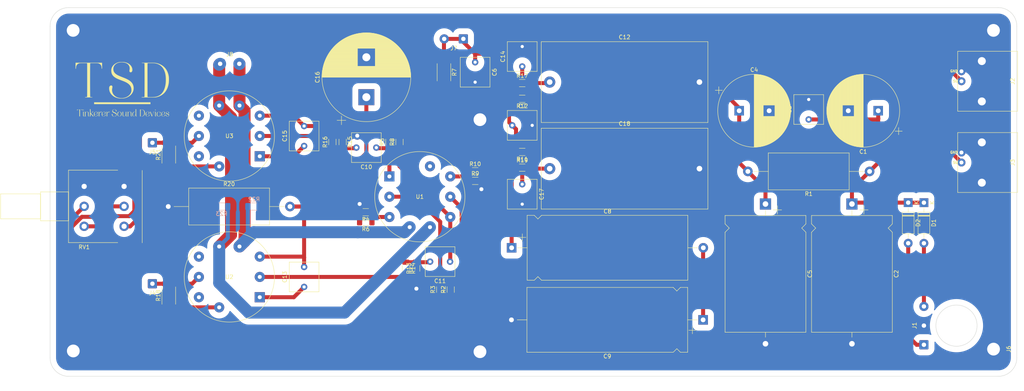
<source format=kicad_pcb>
(kicad_pcb (version 20211014) (generator pcbnew)
  (layers (0 "F.Cu" signal) (31 "B.Cu" signal) (34 "B.Paste" user) (35 "F.Paste" user) (36 "B.SilkS" user "B.Silkscreen") (37 "F.SilkS" user "F.Silkscreen") (38 "B.Mask" user) (39 "F.Mask" user) (44 "Edge.Cuts" user))
  (net 0 "")
  (net 1 "Net-(C1-Pad1)")
  (net 2 "GND")
  (net 3 "P2")
  (net 4 "P1")
  (net 5 "Net-(C8-Pad2)")
  (net 6 "Net-(C10-Pad1)")
  (net 7 "Net-(C10-Pad2)")
  (net 8 "Net-(C11-Pad1)")
  (net 9 "Net-(C11-Pad2)")
  (net 10 "Net-(C12-Pad1)")
  (net 11 "Net-(C13-Pad1)")
  (net 12 "Net-(C13-Pad2)")
  (net 13 "Net-(C15-Pad1)")
  (net 14 "Net-(C17-Pad1)")
  (net 15 "Net-(D1-Pad2)")
  (net 16 "Net-(D2-Pad2)")
  (net 17 "Net-(J2-Pad1)")
  (net 18 "Net-(J3-Pad1)")
  (net 19 "Net-(J4-Pad1)")
  (net 20 "Net-(J5-Pad1)")
  (net 21 "H2")
  (net 22 "H1")
  (net 23 "Net-(R2-Pad1)")
  (net 24 "Net-(R2-Pad2)")
  (net 25 "Net-(R3-Pad1)")
  (net 26 "Net-(R3-Pad2)")
  (net 27 "Net-(R4-Pad1)")
  (net 28 "Net-(R10-Pad1)")
  (net 29 "Net-(R11-Pad1)")
  (net 30 "Net-(R14-Pad2)")
  (net 31 "Net-(R16-Pad2)")
  (net 32 "Net-(R18-Pad1)")
  (net 33 "Net-(R21-Pad1)")
  (footprint "Resistor_SMD:R_1206_3216Metric_Pad1.30x1.75mm_HandSolder" (layer "F.Cu") (at 131.63 88.971357)
    (fp_text reference "R17" (at 0 -1.82) (layer "F.SilkS"))
    (fp_text value "10K")
    (pad "1" smd roundrect locked (at -1.55 0) (size 1.3 1.75) (layers "F.Cu" "F.Paste" "F.Mask") (roundrect_rratio 0.1923076923) (net 4 "P1"))
    (pad "2" smd roundrect locked (at 1.55 0) (size 1.3 1.75) (layers "F.Cu" "F.Paste" "F.Mask") (roundrect_rratio 0.1923076923) (net 10 "Net-(C12-Pad1)"))
  )
  (footprint "Resistor_SMD:R_1206_3216Metric_Pad1.30x1.75mm_HandSolder" (layer "F.Cu") (at 86.659046 103.722464 -90)
    (fp_text reference "R15" (at 0 -1.82 90) (layer "F.SilkS"))
    (fp_text value "1K")
    (pad "1" smd roundrect locked (at -1.55 0 270) (size 1.3 1.75) (layers "F.Cu" "F.Paste" "F.Mask") (roundrect_rratio 0.1923076923) (net 2 "GND"))
    (pad "2" smd roundrect locked (at 1.55 0 270) (size 1.3 1.75) (layers "F.Cu" "F.Paste" "F.Mask") (roundrect_rratio 0.1923076923) (net 7 "Net-(C10-Pad2)"))
  )
  (footprint "MountingHole:MountingHole_3.2mm_M3_DIN965_Pad" (layer "F.Cu") (at 19.208261 156.05 -90)
    (fp_text reference "J6" hide)
    (fp_text value "Chassis")
    (pad "1" thru_hole circle locked (at 0 0 270) (size 5.6 5.6) (drill 3.2) (layers *.Cu *.Mask) (net 2 "GND"))
  )
  (footprint "Capacitor_THT:C_Rect_L7.2mm_W7.2mm_P5.00mm_FKS2_FKP2_MKS2_MKP2" (layer "F.Cu") (at 119.839812 83.74 -90)
    (fp_text reference "C6" (at 2.5 -4.85 90) (layer "F.SilkS"))
    (fp_text value "0.1uF/600V")
    (pad "1" thru_hole circle locked (at 0 0 270) (size 1.6 1.6) (drill 0.8) (layers *.Cu *.Mask) (net 3 "P2"))
    (pad "2" thru_hole circle locked (at 5 0 270) (size 1.6 1.6) (drill 0.8) (layers *.Cu *.Mask) (net 2 "GND"))
  )
  (footprint "Custom Library:Potentiometer_Alps_RK271_Dual_Horizontal" (layer "F.Cu") (at 21.925909 114.84 180)
    (fp_text reference "RV1" (at 0 -15.2) (layer "F.SilkS"))
    (fp_text value "VOL")
    (pad "1" thru_hole circle (at 0 0 180) (size 2.34 2.34) (drill 1.3) (layers *.Cu *.Mask) (net 2 "GND"))
    (pad "2" thru_hole circle (at 0 -5 180) (size 2.34 2.34) (drill 1.3) (layers *.Cu *.Mask) (net 23 "Net-(R2-Pad1)"))
    (pad "3" thru_hole circle (at 0 -10 180) (size 2.34 2.34) (drill 1.3) (layers *.Cu *.Mask) (net 17 "Net-(J2-Pad1)"))
    (pad "4" thru_hole circle (at -10 0 180) (size 2.34 2.34) (drill 1.3) (layers *.Cu *.Mask) (net 2 "GND"))
    (pad "5" thru_hole circle (at -10 -5 180) (size 2.34 2.34) (drill 1.3) (layers *.Cu *.Mask) (net 25 "Net-(R3-Pad1)"))
    (pad "6" thru_hole circle (at -10 -10 180) (size 2.34 2.34) (drill 1.3) (layers *.Cu *.Mask) (net 18 "Net-(J3-Pad1)"))
  )
  (footprint "Custom Library:Logo_35mm" (layer "F.Cu") (at 31.7 91.47)
    (fp_text reference "G***" hide)
    (fp_text value "LOGO" hide)
  )
  (footprint "Resistor_THT:R_Axial_DIN0922_L20.0mm_D9.0mm_P30.48mm_Horizontal" (layer "F.Cu") (at 42.985 119.879999)
    (fp_text reference "R20" (at 15.24 -5.62) (layer "F.SilkS"))
    (fp_text value "150/5W")
    (pad "1" thru_hole circle locked (at 0 0) (size 2.4 2.4) (drill 1.2) (layers *.Cu *.Mask) (net 2 "GND"))
    (pad "2" thru_hole oval locked (at 30.48 0) (size 2.4 2.4) (drill 1.2) (layers *.Cu *.Mask) (net 12 "Net-(C13-Pad2)"))
  )
  (footprint "Capacitor_THT:CP_Radial_D22.0mm_P10.00mm_SnapIn" (layer "F.Cu") (at 92.597536 92.497832 90)
    (fp_text reference "C16" (at 5 -12.25 90) (layer "F.SilkS"))
    (fp_text value "1000uf/35V")
    (pad "1" thru_hole rect locked (at 0 0 90) (size 4 4) (drill 2) (layers *.Cu *.Mask) (net 12 "Net-(C13-Pad2)"))
    (pad "2" thru_hole circle locked (at 10 0 90) (size 4 4) (drill 2) (layers *.Cu *.Mask) (net 2 "GND"))
  )
  (footprint "Diode_THT:D_DO-41_SOD81_P10.16mm_Horizontal" (layer "F.Cu") (at 228.29 118.906868 -90)
    (fp_text reference "D2" (at 5.08 -2.47 90) (layer "F.SilkS"))
    (fp_text value "1N4007")
    (fp_text user "K" (at 0 -2.1 90) (layer "F.SilkS"))
    (pad "1" thru_hole rect locked (at 0 0 270) (size 2.2 2.2) (drill 1.1) (layers *.Cu *.Mask) (net 1 "Net-(C1-Pad1)"))
    (pad "2" thru_hole oval locked (at 10.16 0 270) (size 2.2 2.2) (drill 1.1) (layers *.Cu *.Mask) (net 16 "Net-(D2-Pad2)"))
  )
  (footprint "Capacitor_THT:C_Rect_L7.2mm_W7.2mm_P5.00mm_FKS2_FKP2_MKS2_MKP2" (layer "F.Cu") (at 77.008848 140.02 90)
    (fp_text reference "C13" (at 2.5 -4.85 90) (layer "F.SilkS"))
    (fp_text value "0.1uf 100V")
    (pad "1" thru_hole circle locked (at 0 0 90) (size 1.6 1.6) (drill 0.8) (layers *.Cu *.Mask) (net 11 "Net-(C13-Pad1)"))
    (pad "2" thru_hole circle locked (at 5 0 90) (size 1.6 1.6) (drill 0.8) (layers *.Cu *.Mask) (net 12 "Net-(C13-Pad2)"))
  )
  (footprint "Resistor_SMD:R_1206_3216Metric_Pad1.30x1.75mm_HandSolder" (layer "F.Cu") (at 131.63 92.897689 180)
    (fp_text reference "R12" (at 0 -1.82) (layer "F.SilkS"))
    (fp_text value "220K")
    (pad "1" smd roundrect locked (at -1.55 0 180) (size 1.3 1.75) (layers "F.Cu" "F.Paste" "F.Mask") (roundrect_rratio 0.1923076923) (net 2 "GND"))
    (pad "2" smd roundrect locked (at 1.55 0 180) (size 1.3 1.75) (layers "F.Cu" "F.Paste" "F.Mask") (roundrect_rratio 0.1923076923) (net 29 "Net-(R11-Pad1)"))
  )
  (footprint "Resistor_SMD:R_1206_3216Metric_Pad1.30x1.75mm_HandSolder" (layer "F.Cu") (at 113.72 140.68 90)
    (fp_text reference "R2" (at 0 -1.82 90) (layer "F.SilkS"))
    (fp_text value "1K")
    (pad "1" smd roundrect locked (at -1.55 0 90) (size 1.3 1.75) (layers "F.Cu" "F.Paste" "F.Mask") (roundrect_rratio 0.1923076923) (net 23 "Net-(R2-Pad1)"))
    (pad "2" smd roundrect locked (at 1.55 0 90) (size 1.3 1.75) (layers "F.Cu" "F.Paste" "F.Mask") (roundrect_rratio 0.1923076923) (net 24 "Net-(R2-Pad2)"))
  )
  (footprint "Connector_Wire:SolderWire-0.5sqmm_1x01_D0.9mm_OD2.3mm" (layer "F.Cu") (at 39.02 103.91 180)
    (fp_text reference "J5" (at 0 -2.35) (layer "F.SilkS"))
    (fp_text value "Out Right")
    (pad "1" thru_hole roundrect locked (at 0 0 180) (size 2.3 2.3) (drill 1.1) (layers *.Cu *.Mask) (roundrect_rratio 0.108696087) (net 20 "Net-(J5-Pad1)"))
  )
  (footprint "Resistor_SMD:R_1206_3216Metric_Pad1.30x1.75mm_HandSolder" (layer "F.Cu") (at 92.447536 121.302464 180)
    (fp_text reference "R4" (at 0 -1.82) (layer "F.SilkS"))
    (fp_text value "2.7K")
    (pad "1" smd roundrect locked (at -1.55 0 180) (size 1.3 1.75) (layers "F.Cu" "F.Paste" "F.Mask") (roundrect_rratio 0.1923076923) (net 27 "Net-(R4-Pad1)"))
    (pad "2" smd roundrect locked (at 1.55 0 180) (size 1.3 1.75) (layers "F.Cu" "F.Paste" "F.Mask") (roundrect_rratio 0.1923076923) (net 2 "GND"))
  )
  (footprint "Capacitor_THT:CP_Axial_L29.0mm_D20.0mm_P35.00mm_Horizontal" (layer "F.Cu") (at 192.548657 119.25 -90)
    (fp_text reference "C5" (at 17.5 -11.12 90) (layer "F.SilkS"))
    (fp_text value "0.33uF/600V")
    (pad "1" thru_hole rect locked (at 0 0 270) (size 2.8 2.8) (drill 1.4) (layers *.Cu *.Mask) (net 3 "P2"))
    (pad "2" thru_hole oval locked (at 35 0 270) (size 2.8 2.8) (drill 1.4) (layers *.Cu *.Mask) (net 2 "GND"))
  )
  (footprint "Capacitor_THT:CP_Axial_L40.0mm_D16.0mm_P48.00mm_Horizontal" (layer "F.Cu") (at 128.98 130.213759)
    (fp_text reference "C8" (at 24 -9.12) (layer "F.SilkS"))
    (fp_text value "20uF/250V")
    (pad "1" thru_hole rect locked (at 0 0) (size 2.4 2.4) (drill 1.2) (layers *.Cu *.Mask) (net 4 "P1"))
    (pad "2" thru_hole oval locked (at 48 0) (size 2.4 2.4) (drill 1.2) (layers *.Cu *.Mask) (net 5 "Net-(C8-Pad2)"))
  )
  (footprint "Resistor_THT:R_Axial_DIN0922_L20.0mm_D9.0mm_P30.48mm_Horizontal" (layer "F.Cu") (at 218.619328 111.09 180)
    (fp_text reference "R1" (at 15.24 -5.62) (layer "F.SilkS"))
    (fp_text value "1K/5W")
    (pad "1" thru_hole circle locked (at 0 0 180) (size 2.4 2.4) (drill 1.2) (layers *.Cu *.Mask) (net 1 "Net-(C1-Pad1)"))
    (pad "2" thru_hole oval locked (at 30.48 0 180) (size 2.4 2.4) (drill 1.2) (layers *.Cu *.Mask) (net 3 "P2"))
  )
  (footprint "Capacitor_THT:C_Rect_L7.2mm_W7.2mm_P5.00mm_FKS2_FKP2_MKS2_MKP2" (layer "F.Cu") (at 77.008848 104.724749 90)
    (fp_text reference "C15" (at 2.5 -4.85 90) (layer "F.SilkS"))
    (fp_text value "0.1uf 100V")
    (pad "1" thru_hole circle locked (at 0 0 90) (size 1.6 1.6) (drill 0.8) (layers *.Cu *.Mask) (net 13 "Net-(C15-Pad1)"))
    (pad "2" thru_hole circle locked (at 5 0 90) (size 1.6 1.6) (drill 0.8) (layers *.Cu *.Mask) (net 12 "Net-(C13-Pad2)"))
  )
  (footprint "Connector_Wire:SolderWire-0.5sqmm_1x03_P4.8mm_D0.9mm_OD2.3mm" (layer "F.Cu") (at 232.224851 154.5 90)
    (fp_text reference "J1" (at 4.8 -2.35 90) (layer "F.SilkS"))
    (fp_text value "300-0-300VAC")
    (pad "1" thru_hole roundrect locked (at 0 0 90) (size 2.3 2.3) (drill 1.1) (layers *.Cu *.Mask) (roundrect_rratio 0.108696087) (net 16 "Net-(D2-Pad2)"))
    (pad "2" thru_hole circle locked (at 4.8 0 90) (size 2.3 2.3) (drill 1.1) (layers *.Cu *.Mask) (net 2 "GND"))
    (pad "3" thru_hole circle locked (at 9.6 0 90) (size 2.3 2.3) (drill 1.1) (layers *.Cu *.Mask) (net 15 "Net-(D1-Pad2)"))
  )
  (footprint "Capacitor_THT:C_Rect_L7.2mm_W7.2mm_P5.00mm_FKS2_FKP2_MKS2_MKP2" (layer "F.Cu") (at 203.374328 98.08 90)
    (fp_text reference "C3" (at 2.5 -4.85 90) (layer "F.SilkS"))
    (fp_text value "0.1uF/600V")
    (pad "1" thru_hole circle locked (at 0 0 90) (size 1.6 1.6) (drill 0.8) (layers *.Cu *.Mask) (net 1 "Net-(C1-Pad1)"))
    (pad "2" thru_hole circle locked (at 5 0 90) (size 1.6 1.6) (drill 0.8) (layers *.Cu *.Mask) (net 2 "GND"))
  )
  (footprint "Resistor_SMD:R_1206_3216Metric_Pad1.30x1.75mm_HandSolder" (layer "F.Cu") (at 131.63 106.210353 180)
    (fp_text reference "R11" (at 0 -1.82) (layer "F.SilkS"))
    (fp_text value "220K")
    (pad "1" smd roundrect locked (at -1.55 0 180) (size 1.3 1.75) (layers "F.Cu" "F.Paste" "F.Mask") (roundrect_rratio 0.1923076923) (net 29 "Net-(R11-Pad1)"))
    (pad "2" smd roundrect locked (at 1.55 0 180) (size 1.3 1.75) (layers "F.Cu" "F.Paste" "F.Mask") (roundrect_rratio 0.1923076923) (net 4 "P1"))
  )
  (footprint "Resistor_SMD:R_1206_3216Metric_Pad1.30x1.75mm_HandSolder" (layer "F.Cu") (at 100.897536 103.722464 90)
    (fp_text reference "R8" (at 0 -1.82 90) (layer "F.SilkS"))
    (fp_text value "47K/0.5W")
    (pad "1" smd roundrect locked (at -1.55 0 90) (size 1.3 1.75) (layers "F.Cu" "F.Paste" "F.Mask") (roundrect_rratio 0.1923076923) (net 8 "Net-(C11-Pad1)"))
    (pad "2" smd roundrect locked (at 1.55 0 90) (size 1.3 1.75) (layers "F.Cu" "F.Paste" "F.Mask") (roundrect_rratio 0.1923076923) (net 4 "P1"))
  )
  (footprint "Resistor_SMD:R_1206_3216Metric_Pad1.30x1.75mm_HandSolder" (layer "F.Cu") (at 105.085761 135.367048 90)
    (fp_text reference "R13" (at 0 -1.82 90) (layer "F.SilkS"))
    (fp_text value "1K")
    (pad "1" smd roundrect locked (at -1.55 0 90) (size 1.3 1.75) (layers "F.Cu" "F.Paste" "F.Mask") (roundrect_rratio 0.1923076923) (net 2 "GND"))
    (pad "2" smd roundrect locked (at 1.55 0 90) (size 1.3 1.75) (layers "F.Cu" "F.Paste" "F.Mask") (roundrect_rratio 0.1923076923) (net 9 "Net-(C11-Pad2)"))
  )
  (footprint "Capacitor_THT:C_Rect_L41.5mm_W20.0mm_P37.50mm_MKS4" (layer "F.Cu") (at 138.51 110.393022)
    (fp_text reference "C18" (at 18.75 -11.25) (layer "F.SilkS"))
    (fp_text value "3.3uF/400V")
    (pad "1" thru_hole circle locked (at 0 0) (size 2.8 2.8) (drill 1.4) (layers *.Cu *.Mask) (net 14 "Net-(C17-Pad1)"))
    (pad "2" thru_hole circle locked (at 37.5 0) (size 2.8 2.8) (drill 1.4) (layers *.Cu *.Mask) (net 2 "GND"))
  )
  (footprint "Capacitor_THT:C_Rect_L7.2mm_W7.2mm_P5.00mm_FKS2_FKP2_MKS2_MKP2" (layer "F.Cu") (at 95.097536 105.122464 180)
    (fp_text reference "C10" (at 2.5 -4.85 180) (layer "F.SilkS"))
    (fp_text value "0.1uf 600V")
    (pad "1" thru_hole circle locked (at 0 0 180) (size 1.6 1.6) (drill 0.8) (layers *.Cu *.Mask) (net 6 "Net-(C10-Pad1)"))
    (pad "2" thru_hole circle locked (at 5 0 180) (size 1.6 1.6) (drill 0.8) (layers *.Cu *.Mask) (net 7 "Net-(C10-Pad2)"))
  )
  (footprint "Resistor_SMD:R_1206_3216Metric_Pad1.30x1.75mm_HandSolder" (layer "F.Cu") (at 119.857536 113.462464)
    (fp_text reference "R9" (at 0 -1.82) (layer "F.SilkS"))
    (fp_text value "2.7K")
    (pad "1" smd roundrect locked (at -1.55 0) (size 1.3 1.75) (layers "F.Cu" "F.Paste" "F.Mask") (roundrect_rratio 0.1923076923) (net 28 "Net-(R10-Pad1)"))
    (pad "2" smd roundrect locked (at 1.55 0) (size 1.3 1.75) (layers "F.Cu" "F.Paste" "F.Mask") (roundrect_rratio 0.1923076923) (net 2 "GND"))
  )
  (footprint "MountingHole:MountingHole_3.2mm_M3_DIN965_Pad" (layer "F.Cu") (at 121.05 156.240628 -90)
    (fp_text reference "J6" hide)
    (fp_text value "Chassis")
    (pad "1" thru_hole circle locked (at 0 0 270) (size 5.6 5.6) (drill 3.2) (layers *.Cu *.Mask) (net 2 "GND"))
  )
  (footprint "Capacitor_THT:C_Rect_L7.2mm_W7.2mm_P5.00mm_FKS2_FKP2_MKS2_MKP2" (layer "F.Cu") (at 131.63 114.293022 -90)
    (fp_text reference "C17" (at 2.5 -4.85 90) (layer "F.SilkS"))
    (fp_text value "0.1uF/600V")
    (pad "1" thru_hole circle locked (at 0 0 270) (size 1.6 1.6) (drill 0.8) (layers *.Cu *.Mask) (net 14 "Net-(C17-Pad1)"))
    (pad "2" thru_hole circle locked (at 5 0 270) (size 1.6 1.6) (drill 0.8) (layers *.Cu *.Mask) (net 2 "GND"))
  )
  (footprint "Capacitor_THT:CP_Axial_L40.0mm_D16.0mm_P48.00mm_Horizontal" (layer "F.Cu") (at 176.93 148.259948 180)
    (fp_text reference "C9" (at 24 -9.12) (layer "F.SilkS"))
    (fp_text value "20uF/250V")
    (pad "1" thru_hole rect locked (at 0 0 180) (size 2.4 2.4) (drill 1.2) (layers *.Cu *.Mask) (net 5 "Net-(C8-Pad2)"))
    (pad "2" thru_hole oval locked (at 48 0 180) (size 2.4 2.4) (drill 1.2) (layers *.Cu *.Mask) (net 2 "GND"))
  )
  (footprint "Resistor_SMD:R_1206_3216Metric_Pad1.30x1.75mm_HandSolder" (layer "F.Cu") (at 84.094666 103.722464 90)
    (fp_text reference "R16" (at 0 -1.82 90) (layer "F.SilkS"))
    (fp_text value "1K")
    (pad "1" smd roundrect locked (at -1.55 0 90) (size 1.3 1.75) (layers "F.Cu" "F.Paste" "F.Mask") (roundrect_rratio 0.1923076923) (net 7 "Net-(C10-Pad2)"))
    (pad "2" smd roundrect locked (at 1.55 0 90) (size 1.3 1.75) (layers "F.Cu" "F.Paste" "F.Mask") (roundrect_rratio 0.1923076923) (net 31 "Net-(R16-Pad2)"))
  )
  (footprint "Connector_Wire:SolderWire-0.5sqmm_1x01_D0.9mm_OD2.3mm" (layer "F.Cu") (at 39.02 139.21 180)
    (fp_text reference "J4" (at 0 -2.35) (layer "F.SilkS"))
    (fp_text value "Out Left")
    (pad "1" thru_hole roundrect locked (at 0 0 180) (size 2.3 2.3) (drill 1.1) (layers *.Cu *.Mask) (roundrect_rratio 0.108696087) (net 19 "Net-(J4-Pad1)"))
  )
  (footprint "Connector_Wire:SolderWire-0.5sqmm_1x02_P4.8mm_D0.9mm_OD2.3mm" (layer "F.Cu") (at 55.98 84.14)
    (fp_text reference "J8" (at 2.4 -2.35) (layer "F.SilkS"))
    (fp_text value "6.3-0-6.3Vac")
    (pad "1" thru_hole roundrect locked (at 0 0) (size 2.3 2.3) (drill 1.1) (layers *.Cu *.Mask) (roundrect_rratio 0.108696) (net 21 "H2"))
    (pad "2" thru_hole circle locked (at 4.8 0) (size 2.3 2.3) (drill 1.1) (layers *.Cu *.Mask) (net 22 "H1"))
  )
  (footprint "Custom Library:RCA PANEL 2PIN FOOTPRINT" (layer "F.Cu") (at 244.18 88.508817 180)
    (fp_text reference "J2" (at -10.26 0 90) (layer "F.SilkS"))
    (fp_text value "Input Left")
    (fp_text user "GND" (at 4.445 2.54) (layer "F.SilkS") (effects (font (size 0.6 0.6))))
    (fp_text user "SG" (at 4.064 0) (layer "F.SilkS") (effects (font (size 0.6 0.6))))
    (pad "1" thru_hole circle (at 2.55 0 180) (size 2 2) (drill 1) (layers *.Cu *.Mask) (net 17 "Net-(J2-Pad1)"))
    (pad "2" thru_hole circle (at -2.55 5.05 180) (size 3 3) (drill 2) (layers *.Cu *.Mask) (net 2 "GND"))
    (pad "2" thru_hole circle (at 2.55 2.5 180) (size 2 2) (drill 1) (layers *.Cu *.Mask) (net 2 "GND"))
    (pad "2" thru_hole circle (at -2.55 -5.05 180) (size 3 3) (drill 2) (layers *.Cu *.Mask) (net 2 "GND"))
  )
  (footprint "Connector_Wire:SolderWire-0.5sqmm_1x02_P4.8mm_D0.9mm_OD2.3mm" (layer "F.Cu") (at 116.89 77.897832 180)
    (fp_text reference "J7" (at 2.4 -2.35) (layer "F.SilkS"))
    (fp_text value "Out Reds")
    (pad "1" thru_hole roundrect locked (at 0 0 180) (size 2.3 2.3) (drill 1.1) (layers *.Cu *.Mask) (roundrect_rratio 0.108696087) (net 3 "P2"))
    (pad "2" thru_hole circle locked (at 4.8 0 180) (size 2.3 2.3) (drill 1.1) (layers *.Cu *.Mask) (net 3 "P2"))
  )
  (footprint "Capacitor_THT:C_Rect_L7.2mm_W7.2mm_P5.00mm_FKS2_FKP2_MKS2_MKP2" (layer "F.Cu") (at 113.557536 133.682464 180)
    (fp_text reference "C11" (at 2.5 -4.85 180) (layer "F.SilkS"))
    (fp_text value "0.1uf 600V")
    (pad "1" thru_hole circle locked (at 0 0 180) (size 1.6 1.6) (drill 0.8) (layers *.Cu *.Mask) (net 8 "Net-(C11-Pad1)"))
    (pad "2" thru_hole circle locked (at 5 0 180) (size 1.6 1.6) (drill 0.8) (layers *.Cu *.Mask) (net 9 "Net-(C11-Pad2)"))
  )
  (footprint "Capacitor_THT:C_Rect_L7.2mm_W7.2mm_P5.00mm_FKS2_FKP2_MKS2_MKP2" (layer "F.Cu") (at 129.13 99.554021)
    (fp_text reference "C7" (at 2.5 -4.85) (layer "F.SilkS"))
    (fp_text value "0.1uF/600V")
    (pad "1" thru_hole circle locked (at 0 0) (size 1.6 1.6) (drill 0.8) (layers *.Cu *.Mask) (net 4 "P1"))
    (pad "2" thru_hole circle locked (at 5 0) (size 1.6 1.6) (drill 0.8) (layers *.Cu *.Mask) (net 2 "GND"))
  )
  (footprint "Capacitor_THT:CP_Radial_D18.0mm_P7.50mm" (layer "F.Cu") (at 220.78056 95.89 180)
    (fp_text reference "C1" (at 3.75 -10.25) (layer "F.SilkS"))
    (fp_text value "33uF/450V")
    (pad "1" thru_hole rect locked (at 0 0 180) (size 2.4 2.4) (drill 1.2) (layers *.Cu *.Mask) (net 1 "Net-(C1-Pad1)"))
    (pad "2" thru_hole circle locked (at 7.5 0 180) (size 2.4 2.4) (drill 1.2) (layers *.Cu *.Mask) (net 2 "GND"))
  )
  (footprint "Valve:Valve_Noval_P" (layer "F.Cu") (at 65.903437 142.590022)
    (fp_text reference "U2" (at -7.62 -5.08) (layer "F.SilkS"))
    (fp_text value "6P15P")
    (pad "1" thru_hole rect locked (at 0 0) (size 2.54 2.54) (drill 1) (layers *.Cu *.Mask) (net 11 "Net-(C13-Pad1)"))
    (pad "2" thru_hole circle locked (at 0 -5.08) (size 2.54 2.54) (drill 1) (layers *.Cu *.Mask) (net 30 "Net-(R14-Pad2)"))
    (pad "3" thru_hole circle locked (at 0 -10.16) (size 2.54 2.54) (drill 1) (layers *.Cu *.Mask) (net 12 "Net-(C13-Pad2)"))
    (pad "4" thru_hole circle locked (at -5.08 -12.7) (size 2.54 2.54) (drill 1) (layers *.Cu *.Mask) (net 22 "H1"))
    (pad "5" thru_hole circle locked (at -10.16 -12.7) (size 2.54 2.54) (drill 1) (layers *.Cu *.Mask) (net 21 "H2"))
    (pad "6" thru_hole circle locked (at -15.24 -10.16) (size 2.54 2.54) (drill 1) (layers *.Cu *.Mask))
    (pad "7" thru_hole circle locked (at -15.24 -5.08) (size 2.54 2.54) (drill 1) (layers *.Cu *.Mask) (net 19 "Net-(J4-Pad1)"))
    (pad "8" thru_hole circle locked (at -15.24 0) (size 2.54 2.54) (drill 1) (layers *.Cu *.Mask))
    (pad "9" thru_hole circle locked (at -10.16 2.54) (size 2.54 2.54) (drill 1) (layers *.Cu *.Mask) (net 32 "Net-(R18-Pad1)"))
  )
  (footprint "Capacitor_THT:CP_Axial_L29.0mm_D20.0mm_P35.00mm_Horizontal" (layer "F.Cu") (at 214.2 119.25 -90)
    (fp_text reference "C2" (at 17.5 -11.12 90) (layer "F.SilkS"))
    (fp_text value "0.33uF/600V")
    (pad "1" thru_hole rect locked (at 0 0 270) (size 2.8 2.8) (drill 1.4) (layers *.Cu *.Mask) (net 1 "Net-(C1-Pad1)"))
    (pad "2" thru_hole oval locked (at 35 0 270) (size 2.8 2.8) (drill 1.4) (layers *.Cu *.Mask) (net 2 "GND"))
  )
  (footprint "Capacitor_THT:C_Rect_L41.5mm_W20.0mm_P37.50mm_MKS4" (layer "F.Cu") (at 138.51 88.715025)
    (fp_text reference "C12" (at 18.75 -11.25) (layer "F.SilkS"))
    (fp_text value "3.3uF/400V")
    (pad "1" thru_hole circle locked (at 0 0) (size 2.8 2.8) (drill 1.4) (layers *.Cu *.Mask) (net 10 "Net-(C12-Pad1)"))
    (pad "2" thru_hole circle locked (at 37.5 0) (size 2.8 2.8) (drill 1.4) (layers *.Cu *.Mask) (net 2 "GND"))
  )
  (footprint "Custom Library:RCA PANEL 2PIN FOOTPRINT" (layer "F.Cu") (at 244.18 108.858817 180)
    (fp_text reference "J3" (at -10.26 0 90) (layer "F.SilkS"))
    (fp_text value "Input Right")
    (fp_text user "GND" (at 4.445 2.54) (layer "F.SilkS") (effects (font (size 0.6 0.6))))
    (fp_text user "SG" (at 4.064 0) (layer "F.SilkS") (effects (font (size 0.6 0.6))))
    (pad "1" thru_hole circle (at 2.55 0 180) (size 2 2) (drill 1) (layers *.Cu *.Mask) (net 18 "Net-(J3-Pad1)"))
    (pad "2" thru_hole circle (at -2.55 5.05 180) (size 3 3) (drill 2) (layers *.Cu *.Mask) (net 2 "GND"))
    (pad "2" thru_hole circle (at 2.55 2.5 180) (size 2 2) (drill 1) (layers *.Cu *.Mask) (net 2 "GND"))
    (pad "2" thru_hole circle (at -2.55 -5.05 180) (size 3 3) (drill 2) (layers *.Cu *.Mask) (net 2 "GND"))
  )
  (footprint "Resistor_SMD:R_1206_3216Metric_Pad1.30x1.75mm_HandSolder" (layer "F.Cu") (at 119.857536 111.051455)
    (fp_text reference "R10" (at 0 -1.82) (layer "F.SilkS"))
    (fp_text value "1.5K")
    (pad "1" smd roundrect locked (at -1.55 0) (size 1.3 1.75) (layers "F.Cu" "F.Paste" "F.Mask") (roundrect_rratio 0.1923076923) (net 28 "Net-(R10-Pad1)"))
    (pad "2" smd roundrect locked (at 1.55 0) (size 1.3 1.75) (layers "F.Cu" "F.Paste" "F.Mask") (roundrect_rratio 0.1923076923) (net 2 "GND"))
  )
  (footprint "Valve:Valve_Noval_P" (layer "F.Cu") (at 98.37 112.342486 180)
    (fp_text reference "U1" (at -7.62 -5.08) (layer "F.SilkS"))
    (fp_text value "ECC88")
    (pad "1" thru_hole rect locked (at 0 0 180) (size 2.54 2.54) (drill 1) (layers *.Cu *.Mask) (net 6 "Net-(C10-Pad1)"))
    (pad "2" thru_hole circle locked (at 0 -5.08 180) (size 2.54 2.54) (drill 1) (layers *.Cu *.Mask) (net 26 "Net-(R3-Pad2)"))
    (pad "3" thru_hole circle locked (at 0 -10.16 180) (size 2.54 2.54) (drill 1) (layers *.Cu *.Mask) (net 27 "Net-(R4-Pad1)"))
    (pad "4" thru_hole circle locked (at -5.08 -12.7 180) (size 2.54 2.54) (drill 1) (layers *.Cu *.Mask) (net 22 "H1"))
    (pad "5" thru_hole circle locked (at -10.16 -12.7 180) (size 2.54 2.54) (drill 1) (layers *.Cu *.Mask) (net 21 "H2"))
    (pad "6" thru_hole circle locked (at -15.24 -10.16 180) (size 2.54 2.54) (drill 1) (layers *.Cu *.Mask) (net 8 "Net-(C11-Pad1)"))
    (pad "7" thru_hole circle locked (at -15.24 -5.08 180) (size 2.54 2.54) (drill 1) (layers *.Cu *.Mask) (net 24 "Net-(R2-Pad2)"))
    (pad "8" thru_hole circle locked (at -15.24 0 180) (size 2.54 2.54) (drill 1) (layers *.Cu *.Mask) (net 28 "Net-(R10-Pad1)"))
    (pad "9" thru_hole circle locked (at -10.16 2.54 180) (size 2.54 2.54) (drill 1) (layers *.Cu *.Mask))
  )
  (footprint "MountingHole:MountingHole_3.2mm_M3_DIN965_Pad" (layer "F.Cu") (at 19.165602 75.77 -90)
    (fp_text reference "J6" hide)
    (fp_text value "Chassis")
    (pad "1" thru_hole circle locked (at 0 0 270) (size 5.6 5.6) (drill 3.2) (layers *.Cu *.Mask) (net 2 "GND"))
  )
  (footprint "Diode_THT:D_DO-41_SOD81_P10.16mm_Horizontal" (layer "F.Cu") (at 232.224851 118.916868 -90)
    (fp_text reference "D1" (at 5.08 -2.47 90) (layer "F.SilkS"))
    (fp_text value "1N4007")
    (fp_text user "K" (at 0 -2.1 90) (layer "F.SilkS"))
    (pad "1" thru_hole rect locked (at 0 0 270) (size 2.2 2.2) (drill 1.1) (layers *.Cu *.Mask) (net 1 "Net-(C1-Pad1)"))
    (pad "2" thru_hole oval locked (at 10.16 0 270) (size 2.2 2.2) (drill 1.1) (layers *.Cu *.Mask) (net 15 "Net-(D1-Pad2)"))
  )
  (footprint "Valve:Valve_Noval_P" (layer "F.Cu") (at 65.903437 107.294771)
    (fp_text reference "U3" (at -7.62 -5.08) (layer "F.SilkS"))
    (fp_text value "6P15P")
    (pad "1" thru_hole rect locked (at 0 0) (size 2.54 2.54) (drill 1) (layers *.Cu *.Mask) (net 13 "Net-(C15-Pad1)"))
    (pad "2" thru_hole circle locked (at 0 -5.08) (size 2.54 2.54) (drill 1) (layers *.Cu *.Mask) (net 31 "Net-(R16-Pad2)"))
    (pad "3" thru_hole circle locked (at 0 -10.16) (size 2.54 2.54) (drill 1) (layers *.Cu *.Mask) (net 12 "Net-(C13-Pad2)"))
    (pad "4" thru_hole circle locked (at -5.08 -12.7) (size 2.54 2.54) (drill 1) (layers *.Cu *.Mask) (net 22 "H1"))
    (pad "5" thru_hole circle locked (at -10.16 -12.7) (size 2.54 2.54) (drill 1) (layers *.Cu *.Mask) (net 21 "H2"))
    (pad "6" thru_hole circle locked (at -15.24 -10.16) (size 2.54 2.54) (drill 1) (layers *.Cu *.Mask))
    (pad "7" thru_hole circle locked (at -15.24 -5.08) (size 2.54 2.54) (drill 1) (layers *.Cu *.Mask) (net 20 "Net-(J5-Pad1)"))
    (pad "8" thru_hole circle locked (at -15.24 0) (size 2.54 2.54) (drill 1) (layers *.Cu *.Mask))
    (pad "9" thru_hole circle locked (at -10.16 2.54) (size 2.54 2.54) (drill 1) (layers *.Cu *.Mask) (net 33 "Net-(R21-Pad1)"))
  )
  (footprint "MountingHole:MountingHole_3.2mm_M3_DIN965_Pad" (layer "F.Cu") (at 249.647341 75.77 -90)
    (fp_text reference "J6" hide)
    (fp_text value "Chassis")
    (pad "1" thru_hole circle locked (at 0 0 270) (size 5.6 5.6) (drill 3.2) (layers *.Cu *.Mask) (net 2 "GND"))
  )
  (footprint "Resistor_SMD:R_1206_3216Metric_Pad1.30x1.75mm_HandSolder" (layer "F.Cu") (at 92.447536 123.726527 180)
    (fp_text reference "R6" (at 0 -1.82) (layer "F.SilkS"))
    (fp_text value "1.5K")
    (pad "1" smd roundrect locked (at -1.55 0 180) (size 1.3 1.75) (layers "F.Cu" "F.Paste" "F.Mask") (roundrect_rratio 0.1923076923) (net 27 "Net-(R4-Pad1)"))
    (pad "2" smd roundrect locked (at 1.55 0 180) (size 1.3 1.75) (layers "F.Cu" "F.Paste" "F.Mask") (roundrect_rratio 0.1923076923) (net 2 "GND"))
  )
  (footprint "Capacitor_THT:C_Rect_L7.2mm_W7.2mm_P5.00mm_FKS2_FKP2_MKS2_MKP2" (layer "F.Cu") (at 131.63 84.815025 90)
    (fp_text reference "C14" (at 2.5 -4.85 90) (layer "F.SilkS"))
    (fp_text value "0.1uF/600V")
    (pad "1" thru_hole circle locked (at 0 0 90) (size 1.6 1.6) (drill 0.8) (layers *.Cu *.Mask) (net 10 "Net-(C12-Pad1)"))
    (pad "2" thru_hole circle locked (at 5 0 90) (size 1.6 1.6) (drill 0.8) (layers *.Cu *.Mask) (net 2 "GND"))
  )
  (footprint "Capacitor_THT:CP_Radial_D18.0mm_P7.50mm" (layer "F.Cu") (at 185.968097 95.89)
    (fp_text reference "C4" (at 3.75 -10.25) (layer "F.SilkS"))
    (fp_text value "33uF/450V")
    (pad "1" thru_hole rect locked (at 0 0) (size 2.4 2.4) (drill 1.2) (layers *.Cu *.Mask) (net 3 "P2"))
    (pad "2" thru_hole circle locked (at 7.5 0) (size 2.4 2.4) (drill 1.2) (layers *.Cu *.Mask) (net 2 "GND"))
  )
  (footprint "MountingHole:MountingHole_3.2mm_M3_DIN965_Pad" (layer "F.Cu") (at 249.663076 155.59 -90)
    (fp_text reference "J6" (at 0 -3.8 90) (layer "F.SilkS"))
    (fp_text value "Chassis")
    (pad "1" thru_hole circle locked (at 0 0 270) (size 5.6 5.6) (drill 3.2) (layers *.Cu *.Mask) (net 2 "GND"))
  )
  (footprint "MountingHole:MountingHole_3.2mm_M3_DIN965_Pad" (layer "F.Cu") (at 121.05 98.13 -90)
    (fp_text reference "J6" hide)
    (fp_text value "Chassis")
    (pad "1" thru_hole circle locked (at 0 0 270) (size 5.6 5.6) (drill 3.2) (layers *.Cu *.Mask) (net 2 "GND"))
  )
  (footprint "Resistor_SMD:R_2512_6332Metric" (layer "F.Cu") (at 43.12 142.18 90)
    (fp_text reference "R18" (at 0 -2.62 90) (layer "F.SilkS"))
    (fp_text value "1K/2W")
    (pad "1" smd roundrect locked (at -2.9625 0 90) (size 1.225 3.35) (layers "F.Cu" "F.Paste" "F.Mask") (roundrect_rratio 0.2040816327) (net 32 "Net-(R18-Pad1)"))
    (pad "2" smd roundrect locked (at 2.9625 0 90) (size 1.225 3.35) (layers "F.Cu" "F.Paste" "F.Mask") (roundrect_rratio 0.2040816327) (net 19 "Net-(J4-Pad1)"))
  )
  (footprint "Resistor_SMD:R_2512_6332Metric" (layer "F.Cu") (at 112.03 86.26 -90)
    (fp_text reference "R7" (at 0 -2.62 90) (layer "F.SilkS"))
    (fp_text value "6.8K/2W")
    (pad "1" smd roundrect locked (at -2.9625 0 270) (size 1.225 3.35) (layers "F.Cu" "F.Paste" "F.Mask") (roundrect_rratio 0.2040816327) (net 3 "P2"))
    (pad "2" smd roundrect locked (at 2.9625 0 270) (size 1.225 3.35) (layers "F.Cu" "F.Paste" "F.Mask") (roundrect_rratio 0.2040816327) (net 4 "P1"))
  )
  (footprint "Resistor_SMD:R_2512_6332Metric" (layer "F.Cu") (at 43.12 106.87 90)
    (fp_text reference "R21" (at 0 -2.62 90) (layer "F.SilkS"))
    (fp_text value "1K/2W")
    (pad "1" smd roundrect locked (at -2.9625 0 90) (size 1.225 3.35) (layers "F.Cu" "F.Paste" "F.Mask") (roundrect_rratio 0.2040816327) (net 33 "Net-(R21-Pad1)"))
    (pad "2" smd roundrect locked (at 2.9625 0 90) (size 1.225 3.35) (layers "F.Cu" "F.Paste" "F.Mask") (roundrect_rratio 0.2040816327) (net 20 "Net-(J5-Pad1)"))
  )
  (footprint "Resistor_SMD:R_1206_3216Metric_Pad1.30x1.75mm_HandSolder" (layer "F.Cu") (at 102.49 135.367048 -90)
    (fp_text reference "R14" (at 0 -1.82 90) (layer "F.SilkS"))
    (fp_text value "1K")
    (pad "1" smd roundrect locked (at -1.55 0 270) (size 1.3 1.75) (layers "F.Cu" "F.Paste" "F.Mask") (roundrect_rratio 0.1923076923) (net 9 "Net-(C11-Pad2)"))
    (pad "2" smd roundrect locked (at 1.55 0 270) (size 1.3 1.75) (layers "F.Cu" "F.Paste" "F.Mask") (roundrect_rratio 0.1923076923) (net 30 "Net-(R14-Pad2)"))
  )
  (footprint "Resistor_SMD:R_1206_3216Metric_Pad1.30x1.75mm_HandSolder" (layer "F.Cu") (at 111.09 140.68 90)
    (fp_text reference "R3" (at 0 -1.82 90) (layer "F.SilkS"))
    (fp_text value "1K")
    (pad "1" smd roundrect locked (at -1.55 0 90) (size 1.3 1.75) (layers "F.Cu" "F.Paste" "F.Mask") (roundrect_rratio 0.1923076923) (net 25 "Net-(R3-Pad1)"))
    (pad "2" smd roundrect locked (at 1.55 0 90) (size 1.3 1.75) (layers "F.Cu" "F.Paste" "F.Mask") (roundrect_rratio 0.1923076923) (net 26 "Net-(R3-Pad2)"))
  )
  (footprint "Resistor_SMD:R_1206_3216Metric_Pad1.30x1.75mm_HandSolder" (layer "F.Cu") (at 98.367536 103.722464 90)
    (fp_text reference "R5" (at 0 -1.82 90) (layer "F.SilkS"))
    (fp_text value "47K/0.5W")
    (pad "1" smd roundrect locked (at -1.55 0 90) (size 1.3 1.75) (layers "F.Cu" "F.Paste" "F.Mask") (roundrect_rratio 0.1923076923) (net 6 "Net-(C10-Pad1)"))
    (pad "2" smd roundrect locked (at 1.55 0 90) (size 1.3 1.75) (layers "F.Cu" "F.Paste" "F.Mask") (roundrect_rratio 0.1923076923) (net 4 "P1"))
  )
  (footprint "Resistor_SMD:R_1206_3216Metric_Pad1.30x1.75mm_HandSolder" (layer "F.Cu") (at 131.63 110.136685)
    (fp_text reference "R19" (at 0 -1.82) (layer "F.SilkS"))
    (fp_text value "10K")
    (pad "1" smd roundrect locked (at -1.55 0) (size 1.3 1.75) (layers "F.Cu" "F.Paste" "F.Mask") (roundrect_rratio 0.1923076923) (net 4 "P1"))
    (pad "2" smd roundrect locked (at 1.55 0) (size 1.3 1.75) (layers "F.Cu" "F.Paste" "F.Mask") (roundrect_rratio 0.1923076923) (net 14 "Net-(C17-Pad1)"))
  )
  (footprint "Resistor_SMD:R_1206_3216Metric_Pad1.30x1.75mm_HandSolder" (layer "B.Cu") (at 64.47 119.879999 180)
    (fp_text reference "R22" (at 0 1.82) (layer "B.SilkS") (effects (justify mirror)))
    (fp_text value "100")
    (pad "1" smd roundrect locked (at -1.55 0 180) (size 1.3 1.75) (layers "B.Cu" "B.Paste" "B.Mask") (roundrect_rratio 0.1923076923) (net 2 "GND"))
    (pad "2" smd roundrect locked (at 1.55 0 180) (size 1.3 1.75) (layers "B.Cu" "B.Paste" "B.Mask") (roundrect_rratio 0.1923076923) (net 22 "H1"))
  )
  (footprint "Resistor_SMD:R_1206_3216Metric_Pad1.30x1.75mm_HandSolder" (layer "B.Cu") (at 56.36 119.879999)
    (fp_text reference "R23" (at 0 1.82) (layer "B.SilkS") (effects (justify mirror)))
    (fp_text value "100")
    (pad "1" smd roundrect locked (at -1.55 0) (size 1.3 1.75) (layers "B.Cu" "B.Paste" "B.Mask") (roundrect_rratio 0.1923076923) (net 2 "GND"))
    (pad "2" smd roundrect locked (at 1.55 0) (size 1.3 1.75) (layers "B.Cu" "B.Paste" "B.Mask") (roundrect_rratio 0.1923076923) (net 21 "H2"))
  )
  (gr_arc (start 250.84 70.06) (mid 254.135118 71.424882) (end 255.5 74.72) (layer "Edge.Cuts") (width 0.1))
  (gr_arc (start 13.39 74.72) (mid 14.754882 71.424882) (end 18.05 70.06) (layer "Edge.Cuts") (width 0.1))
  (gr_line (start 255.5 157.74) (end 255.5 74.72) (layer "Edge.Cuts") (width 0.1))
  (gr_line (start 13.39 74.72) (end 13.39 157.74) (layer "Edge.Cuts") (width 0.1))
  (gr_arc (start 255.5 157.74) (mid 254.135118 161.035118) (end 250.84 162.4) (layer "Edge.Cuts") (width 0.1))
  (gr_line (start 18.05 162.4) (end 250.84 162.4) (layer "Edge.Cuts") (width 0.1))
  (gr_arc (start 18.05 162.4) (mid 14.754882 161.035118) (end 13.39 157.74) (layer "Edge.Cuts") (width 0.1))
  (gr_circle (center 240.38 149.71) (end 240.73 154.857017) (layer "Edge.Cuts") (width 0.1) (fill none))
  (gr_line (start 250.84 70.06) (end 18.05 70.06) (layer "Edge.Cuts") (width 0.1))
  (segment (start 220.78056 108.928768) (end 218.619328 111.09) (width 1) (layer "F.Cu") (net 1))
  (segment (start 214.2 115.509328) (end 218.619328 111.09) (width 1) (layer "F.Cu") (net 1))
  (segment (start 220.78056 95.89) (end 220.78056 97.84944) (width 1) (layer "F.Cu") (net 1))
  (segment (start 228.3 118.916868) (end 228.29 118.906868) (width 1) (layer "F.Cu") (net 1))
  (segment (start 214.2 119.25) (end 214.2 115.509328) (width 1) (layer "F.Cu") (net 1))
  (segment (start 220.55 98.08) (end 220.78056 97.84944) (width 1) (layer "F.Cu") (net 1))
  (segment (start 203.374328 98.08) (end 220.55 98.08) (width 1) (layer "F.Cu") (net 1))
  (segment (start 220.78056 97.84944) (end 220.78056 108.928768) (width 1) (layer "F.Cu") (net 1))
  (segment (start 228.29 118.906868) (end 214.543132 118.906868) (width 1) (layer "F.Cu") (net 1))
  (segment (start 214.543132 118.906868) (end 214.2 119.25) (width 1) (layer "F.Cu") (net 1))
  (segment (start 232.224851 118.916868) (end 228.3 118.916868) (width 1) (layer "F.Cu") (net 1))
  (segment (start 90.297536 102.172464) (end 90.317536 102.152464) (width 1) (layer "F.Cu") (net 2))
  (segment (start 105.13 137.088898) (end 105.13 140.451101) (width 1) (layer "F.Cu") (net 2))
  (segment (start 134.13 93.847689) (end 134.13 99.554021) (width 1) (layer "F.Cu") (net 2))
  (segment (start 133.18 92.897689) (end 134.13 93.847689) (width 1) (layer "F.Cu") (net 2))
  (segment (start 86.659046 102.172464) (end 90.297536 102.172464) (width 1) (layer "F.Cu") (net 2))
  (segment (start 121.407536 115.542464) (end 121.407536 115.792464) (width 1) (layer "F.Cu") (net 2))
  (segment (start 121.407536 115.792464) (end 121.427536 115.812464) (width 1) (layer "F.Cu") (net 2))
  (segment (start 90.897536 123.726527) (end 90.897536 119.252464) (width 1) (layer "F.Cu") (net 2))
  (segment (start 121.407536 111.051455) (end 121.407536 115.542464) (width 1) (layer "F.Cu") (net 2))
  (segment (start 90.897536 119.252464) (end 90.912536 119.237464) (width 1) (layer "F.Cu") (net 2))
  (via (at 90.912536 119.237464) (size 2) (drill 1) (layers "F.Cu" "B.Cu") (net 2))
  (via (at 105.13 140.451101) (size 2) (drill 1) (layers "F.Cu" "B.Cu") (net 2))
  (via (at 90.317536 102.152464) (size 2) (drill 1) (layers "F.Cu" "B.Cu") (net 2))
  (via (at 121.407536 115.542464) (size 2) (drill 1) (layers "F.Cu" "B.Cu") (net 2))
  (segment (start 185.968097 95.228097) (end 185.968097 95.89) (width 1) (layer "F.Cu") (net 3))
  (segment (start 116.89 77.897832) (end 116.89 78.67) (width 1) (layer "F.Cu") (net 3))
  (segment (start 116.89 77.897832) (end 112.09 77.897832) (width 1) (layer "F.Cu") (net 3))
  (segment (start 172.359812 81.619812) (end 185.968097 95.228097) (width 1) (layer "F.Cu") (net 3))
  (segment (start 112.03 83.2975) (end 112.03 77.957832) (width 1) (layer "F.Cu") (net 3))
  (segment (start 119.839812 81.619812) (end 172.359812 81.619812) (width 1) (layer "F.Cu") (net 3))
  (segment (start 112.03 77.957832) (end 112.09 77.897832) (width 1) (layer "F.Cu") (net 3))
  (segment (start 192.548657 119.25) (end 192.548657 115.499329) (width 1) (layer "F.Cu") (net 3))
  (segment (start 119.839812 83.74) (end 119.839812 81.619812) (width 1) (layer "F.Cu") (net 3))
  (segment (start 192.548657 115.499329) (end 188.139328 111.09) (width 1) (layer "F.Cu") (net 3))
  (segment (start 185.968097 95.89) (end 185.968097 108.918769) (width 1) (layer "F.Cu") (net 3))
  (segment (start 185.968097 108.918769) (end 188.139328 111.09) (width 1) (layer "F.Cu") (net 3))
  (segment (start 116.89 78.67) (end 119.839812 81.619812) (width 1) (layer "F.Cu") (net 3))
  (segment (start 128.98 130.213759) (end 128.98 111.236685) (width 1) (layer "F.Cu") (net 4))
  (segment (start 130.08 100.504021) (end 129.13 99.554021) (width 1) (layer "F.Cu") (net 4))
  (segment (start 98.367536 102.172464) (end 99.587536 102.172464) (width 1) (layer "F.Cu") (net 4))
  (segment (start 130.08 106.210353) (end 130.08 101.72) (width 1) (layer "F.Cu") (net 4))
  (segment (start 113.700001 91.490001) (end 128.330001 91.490001) (width 1) (layer "F.Cu") (net 4))
  (segment (start 128.330001 91.490001) (end 128.330001 89.419999) (width 1) (layer "F.Cu") (net 4))
  (segment (start 99.587536 102.172464) (end 100.897536 102.172464) (width 1) (layer "F.Cu") (net 4))
  (segment (start 130.08 110.136685) (end 130.08 106.210353) (width 1) (layer "F.Cu") (net 4))
  (segment (start 128.330001 89.419999) (end 128.778643 88.971357) (width 1) (layer "F.Cu") (net 4))
  (segment (start 112.03 90.4) (end 112.03 90.73) (width 1) (layer "F.Cu") (net 4))
  (segment (start 100.897536 102.172464) (end 101.357536 102.172464) (width 1) (layer "F.Cu") (net 4))
  (segment (start 130.08 101.72) (end 130.08 100.504021) (width 1) (layer "F.Cu") (net 4))
  (segment (start 112.03 91.480002) (end 112.039999 91.490001) (width 1) (layer "F.Cu") (net 4))
  (segment (start 128.330001 98.754022) (end 129.13 99.554021) (width 1) (layer "F.Cu") (net 4))
  (segment (start 128.330001 91.490001) (end 128.330001 98.754022) (width 1) (layer "F.Cu") (net 4))
  (segment (start 128.98 111.236685) (end 130.08 110.136685) (width 1) (layer "F.Cu") (net 4))
  (segment (start 112.790001 91.490001) (end 113.700001 91.490001) (width 1) (layer "F.Cu") (net 4))
  (segment (start 101.357536 102.172464) (end 112.039999 91.490001) (width 1) (layer "F.Cu") (net 4))
  (segment (start 112.03 90.4) (end 112.03 91.480002) (width 1) (layer "F.Cu") (net 4))
  (segment (start 113.700001 91.490001) (end 112.039999 91.490001) (width 1) (layer "F.Cu") (net 4))
  (segment (start 112.03 89.2225) (end 112.03 90.4) (width 1) (layer "F.Cu") (net 4))
  (segment (start 128.778643 88.971357) (end 130.08 88.971357) (width 1) (layer "F.Cu") (net 4))
  (segment (start 176.93 148.259948) (end 176.93 130.263759) (width 1) (layer "F.Cu") (net 5))
  (segment (start 176.93 130.263759) (end 176.98 130.213759) (width 1) (layer "F.Cu") (net 5))
  (segment (start 98.37 105.274928) (end 98.367536 105.272464) (width 1) (layer "F.Cu") (net 6))
  (segment (start 98.37 112.342486) (end 98.37 105.274928) (width 1) (layer "F.Cu") (net 6))
  (segment (start 98.367536 105.272464) (end 95.247536 105.272464) (width 1) (layer "F.Cu") (net 6))
  (segment (start 95.247536 105.272464) (end 95.097536 105.122464) (width 1) (layer "F.Cu") (net 6))
  (segment (start 84.094666 105.272464) (end 89.947536 105.272464) (width 1) (layer "F.Cu") (net 7))
  (segment (start 89.947536 105.272464) (end 90.097536 105.122464) (width 1) (layer "F.Cu") (net 7))
  (segment (start 113.61 122.502486) (end 113.61 133.63) (width 1) (layer "F.Cu") (net 8))
  (segment (start 100.897536 109.790022) (end 113.61 122.502486) (width 1) (layer "F.Cu") (net 8))
  (segment (start 113.61 133.63) (end 113.557536 133.682464) (width 1) (layer "F.Cu") (net 8))
  (segment (start 100.897536 105.272464) (end 100.897536 109.790022) (width 1) (layer "F.Cu") (net 8))
  (segment (start 105.095333 133.832464) (end 108.407536 133.832464) (width 1) (layer "F.Cu") (net 9))
  (segment (start 105.095333 133.832464) (end 102.499572 133.832464) (width 1) (layer "F.Cu") (net 9))
  (segment (start 108.407536 133.832464) (end 108.557536 133.682464) (width 1) (layer "F.Cu") (net 9))
  (segment (start 133.18 88.971357) (end 138.253668 88.971357) (width 1) (layer "F.Cu") (net 10))
  (segment (start 131.63 87.421357) (end 133.18 88.971357) (width 1) (layer "F.Cu") (net 10))
  (segment (start 138.253668 88.971357) (end 138.51 88.715025) (width 1) (layer "F.Cu") (net 10))
  (segment (start 131.63 84.815025) (end 131.63 87.421357) (width 1) (layer "F.Cu") (net 10))
  (segment (start 65.903437 142.590022) (end 74.438826 142.590022) (width 1) (layer "F.Cu") (net 11))
  (segment (start 74.438826 142.590022) (end 77.008848 140.02) (width 1) (layer "F.Cu") (net 11))
  (segment (start 76.790022 132.430022) (end 77.008848 132.648848) (width 1) (layer "F.Cu") (net 12))
  (segment (start 92.597536 99.732464) (end 92.597536 92.497832) (width 1) (layer "F.Cu") (net 12))
  (segment (start 80.565 118.515) (end 92.597536 106.482464) (width 1) (layer "F.Cu") (net 12))
  (segment (start 74.41887 97.134771) (end 77.008848 99.724749) (width 1) (layer "F.Cu") (net 12))
  (segment (start 78.952305 119.879999) (end 73.465 119.879999) (width 1) (layer "F.Cu") (net 12))
  (segment (start 92.597536 99.732464) (end 92.597536 106.482464) (width 1) (layer "F.Cu") (net 12))
  (segment (start 89.914749 99.724749) (end 77.008848 99.724749) (width 1) (layer "F.Cu") (net 12))
  (segment (start 77.008848 132.648848) (end 77.008848 120.058846) (width 1) (layer "F.Cu") (net 12))
  (segment (start 79.200001 119.879999) (end 80.565 118.515) (width 1) (layer "F.Cu") (net 12))
  (segment (start 79.378848 119.701152) (end 80.565 118.515) (width 1) (layer "F.Cu") (net 12))
  (segment (start 65.903437 132.430022) (end 76.790022 132.430022) (width 1) (layer "F.Cu") (net 12))
  (segment (start 65.903437 97.134771) (end 74.41887 97.134771) (width 1) (layer "F.Cu") (net 12))
  (segment (start 77.008848 135.02) (end 77.008848 132.648848) (width 1) (layer "F.Cu") (net 12))
  (segment (start 91.564749 99.724749) (end 89.914749 99.724749) (width 1) (layer "F.Cu") (net 12))
  (segment (start 73.465 119.879999) (end 76.830001 119.879999) (width 1) (layer "F.Cu") (net 12))
  (segment (start 89.914749 99.724749) (end 92.589821 99.724749) (width 1) (layer "F.Cu") (net 12))
  (segment (start 73.465 119.879999) (end 79.200001 119.879999) (width 1) (layer "F.Cu") (net 12))
  (segment (start 92.589821 99.724749) (end 92.597536 99.732464) (width 1) (layer "F.Cu") (net 12))
  (segment (start 77.008848 120.058846) (end 76.830001 119.879999) (width 1) (layer "F.Cu") (net 12))
  (segment (start 65.903437 107.294771) (end 74.438826 107.294771) (width 1) (layer "F.Cu") (net 13))
  (segment (start 74.438826 107.294771) (end 77.008848 104.724749) (width 1) (layer "F.Cu") (net 13))
  (segment (start 131.63 111.686685) (end 133.18 110.136685) (width 1) (layer "F.Cu") (net 14))
  (segment (start 133.436337 110.393022) (end 133.18 110.136685) (width 1) (layer "F.Cu") (net 14))
  (segment (start 131.63 114.293022) (end 131.63 111.686685) (width 1) (layer "F.Cu") (net 14))
  (segment (start 138.34 110.393022) (end 133.436337 110.393022) (width 1) (layer "F.Cu") (net 14))
  (segment (start 232.224851 144.9) (end 232.224851 129.076868) (width 1) (layer "F.Cu") (net 15))
  (segment (start 232.224851 154.5) (end 230.4 154.5) (width 1) (layer "F.Cu") (net 16))
  (segment (start 228.29 152.39) (end 228.29 129.066868) (width 1) (layer "F.Cu") (net 16))
  (segment (start 230.4 154.5) (end 228.29 152.39) (width 1) (layer "F.Cu") (net 16))
  (segment (start 26.59 124.84) (end 21.925909 124.84) (width 1) (layer "F.Cu") (net 17))
  (segment (start 33.21 122.29) (end 29.14 122.29) (width 1) (layer "F.Cu") (net 17))
  (segment (start 226.151183 73.03) (end 47.33 73.03) (width 1) (layer "F.Cu") (net 17))
  (segment (start 47.33 73.03) (end 34.49 85.87) (width 1) (layer "F.Cu") (net 17))
  (segment (start 34.49 121.01) (end 33.21 122.29) (width 1) (layer "F.Cu") (net 17))
  (segment (start 241.63 88.508817) (end 226.151183 73.03) (width 1) (layer "F.Cu") (net 17))
  (segment (start 34.49 85.87) (end 34.49 121.01) (width 1) (layer "F.Cu") (net 17))
  (segment (start 29.14 122.29) (end 26.59 124.84) (width 1) (layer "F.Cu") (net 17))
  (segment (start 207.241183 74.47) (end 206.97 74.47) (width 1) (layer "F.Cu") (net 18))
  (segment (start 31.925909 124.84) (end 33.46 124.84) (width 1) (layer "F.Cu") (net 18))
  (segment (start 35.91 122.39) (end 35.91 86.52) (width 1) (layer "F.Cu") (net 18))
  (segment (start 241.63 108.858817) (end 207.241183 74.47) (width 1) (layer "F.Cu") (net 18))
  (segment (start 47.96 74.47) (end 206.97 74.47) (width 1) (layer "F.Cu") (net 18))
  (segment (start 35.91 86.52) (end 47.96 74.47) (width 1) (layer "F.Cu") (net 18))
  (segment (start 33.46 124.84) (end 35.91 122.39) (width 1) (layer "F.Cu") (net 18))
  (segment (start 43.12 139.2175) (end 48.955959 139.2175) (width 1) (layer "F.Cu") (net 19))
  (segment (start 48.955959 139.2175) (end 50.663437 137.510022) (width 1) (layer "F.Cu") (net 19))
  (segment (start 39.0275 139.2175) (end 39.02 139.21) (width 1) (layer "F.Cu") (net 19))
  (segment (start 43.12 139.2175) (end 39.0275 139.2175) (width 1) (layer "F.Cu") (net 19))
  (segment (start 39.0225 103.9075) (end 39.02 103.91) (width 1) (layer "F.Cu") (net 20))
  (segment (start 48.970708 103.9075) (end 50.663437 102.214771) (width 1) (layer "F.Cu") (net 20))
  (segment (start 43.12 103.9075) (end 48.970708 103.9075) (width 1) (layer "F.Cu") (net 20))
  (segment (start 43.12 103.9075) (end 39.0225 103.9075) (width 1) (layer "F.Cu") (net 20))
  (segment (start 58.712948 126.920511) (end 58.712948 97.564282) (width 3) (layer "F.Cu") (net 21))
  (segment (start 58.712948 97.564282) (end 55.743437 94.594771) (width 3) (layer "F.Cu") (net 21))
  (segment (start 55.743437 94.594771) (end 55.743437 84.376563) (width 3) (layer "F.Cu") (net 21))
  (segment (start 57.013437 128.620022) (end 58.712948 126.920511) (width 3) (layer "F.Cu") (net 21))
  (segment (start 55.743437 129.890022) (end 58.712948 126.920511) (width 3) (layer "F.Cu") (net 21))
  (segment (start 87.130923 146.441563) (end 108.53 125.042486) (width 3) (layer "B.Cu") (net 21))
  (segment (start 57.91 127.723459) (end 55.743437 129.890022) (width 1) (layer "B.Cu") (net 21))
  (segment (start 55.743437 84.376563) (end 55.98 84.14) (width 3) (layer "B.Cu") (net 21))
  (segment (start 55.743437 139.016563) (end 63.168437 146.441563) (width 3) (layer "B.Cu") (net 21))
  (segment (start 63.168437 146.441563) (end 87.130923 146.441563) (width 3) (layer "B.Cu") (net 21))
  (segment (start 57.91 119.879999) (end 57.91 127.723459) (width 1) (layer "B.Cu") (net 21))
  (segment (start 55.743437 129.890022) (end 55.743437 139.016563) (width 3) (layer "B.Cu") (net 21))
  (segment (start 62.093437 128.620022) (end 60.823437 129.890022) (width 3) (layer "F.Cu") (net 22))
  (segment (start 62.093437 128.620022) (end 62.093437 95.864771) (width 3) (layer "F.Cu") (net 22))
  (segment (start 62.093437 95.864771) (end 60.823437 94.594771) (width 3) (layer "F.Cu") (net 22))
  (segment (start 60.823437 94.594771) (end 60.823437 84.183437) (width 3) (layer "F.Cu") (net 22))
  (segment (start 63.18673 127.52673) (end 64.400973 126.312486) (width 3) (layer "B.Cu") (net 22))
  (segment (start 103.45 125.042486) (end 102.18 126.312486) (width 3) (layer "B.Cu") (net 22))
  (segment (start 90.452486 126.312486) (end 64.400973 126.312486) (width 3) (layer "B.Cu") (net 22))
  (segment (start 102.18 126.312486) (end 90.452486 126.312486) (width 3) (layer "B.Cu") (net 22))
  (segment (start 62.92 127.26) (end 63.18673 127.52673) (width 1) (layer "B.Cu") (net 22))
  (segment (start 60.823437 129.890022) (end 63.18673 127.52673) (width 3) (layer "B.Cu") (net 22))
  (segment (start 60.823437 84.183437) (end 60.78 84.14) (width 3) (layer "B.Cu") (net 22))
  (segment (start 62.92 119.879999) (end 62.92 127.26) (width 1) (layer "B.Cu") (net 22))
  (segment (start 21.925909 119.84) (end 17.32 124.445909) (width 1) (layer "F.Cu") (net 23))
  (segment (start 17.32 131.98) (end 38.2 152.86) (width 1) (layer "F.Cu") (net 23))
  (segment (start 113.72 142.23) (end 113.65 142.23) (width 1) (layer "F.Cu") (net 23))
  (segment (start 17.32 124.445909) (end 17.32 131.98) (width 1) (layer "F.Cu") (net 23))
  (segment (start 113.65 142.23) (end 103.02 152.86) (width 1) (layer "F.Cu") (net 23))
  (segment (start 38.2 152.86) (end 103.02 152.86) (width 1) (layer "F.Cu") (net 23))
  (segment (start 113.61 117.422486) (end 116.46 120.272486) (width 1) (layer "F.Cu") (net 24))
  (segment (start 113.72 139.13) (end 116.46 136.39) (width 1) (layer "F.Cu") (net 24))
  (segment (start 116.46 136.39) (end 116.46 121.21) (width 1) (layer "F.Cu") (net 24))
  (segment (start 116.46 120.272486) (end 116.46 121.21) (width 1) (layer "F.Cu") (net 24))
  (segment (start 111.09 142.34) (end 111.09 142.23) (width 1) (layer "F.Cu") (net 25))
  (segment (start 18.81 131.2) (end 38.675 151.065) (width 1) (layer "F.Cu") (net 25))
  (segment (start 18.81 125.01) (end 18.81 131.2) (width 1) (layer "F.Cu") (net 25))
  (segment (start 21.36 122.46) (end 18.81 125.01) (width 1) (layer "F.Cu") (net 25))
  (segment (start 25.42 122.46) (end 21.36 122.46) (width 1) (layer "F.Cu") (net 25))
  (segment (start 38.675 151.065) (end 102.365 151.065) (width 1) (layer "F.Cu") (net 25))
  (segment (start 31.925909 119.84) (end 28.04 119.84) (width 1) (layer "F.Cu") (net 25))
  (segment (start 28.04 119.84) (end 25.42 122.46) (width 1) (layer "F.Cu") (net 25))
  (segment (start 102.365 151.065) (end 111.09 142.34) (width 1) (layer "F.Cu") (net 25))
  (segment (start 111.09 123.7) (end 104.812486 117.422486) (width 1) (layer "F.Cu") (net 26))
  (segment (start 104.812486 117.422486) (end 98.37 117.422486) (width 1) (layer "F.Cu") (net 26))
  (segment (start 111.09 139.13) (end 111.09 123.7) (width 1) (layer "F.Cu") (net 26))
  (segment (start 93.997536 122.642464) (end 93.997536 123.726527) (width 1) (layer "F.Cu") (net 27))
  (segment (start 98.37 122.502486) (end 94.137514 122.502486) (width 1) (layer "F.Cu") (net 27))
  (segment (start 93.997536 121.302464) (end 93.997536 122.642464) (width 1) (layer "F.Cu") (net 27))
  (segment (start 94.137514 122.502486) (end 93.997536 122.642464) (width 1) (layer "F.Cu") (net 27))
  (segment (start 113.61 112.342486) (end 118.087514 112.342486) (width 1) (layer "F.Cu") (net 28))
  (segment (start 118.307536 111.051455) (end 118.307536 112.122464) (width 1) (layer "F.Cu") (net 28))
  (segment (start 118.307536 112.122464) (end 118.307536 113.462464) (width 1) (layer "F.Cu") (net 28))
  (segment (start 118.087514 112.342486) (end 118.307536 112.122464) (width 1) (layer "F.Cu") (net 28))
  (segment (start 133.18 106.210353) (end 132.630489 105.660842) (width 1) (layer "F.Cu") (net 29))
  (segment (start 132.630489 95.448178) (end 130.08 92.897689) (width 1) (layer "F.Cu") (net 29))
  (segment (start 132.630489 105.660842) (end 132.630489 95.448178) (width 1) (layer "F.Cu") (net 29))
  (segment (start 94.529978 137.510022) (end 95.722014 137.510022) (width 1) (layer "F.Cu") (net 30))
  (segment (start 94.529978 137.510022) (end 101.897026 137.510022) (width 1) (layer "F.Cu") (net 30))
  (segment (start 101.897026 137.510022) (end 102.49 136.917048) (width 1) (layer "F.Cu") (net 30))
  (segment (start 65.903437 137.510022) (end 94.529978 137.510022) (width 1) (layer "F.Cu") (net 30))
  (segment (start 84.094666 102.172464) (end 84.052359 102.214771) (width 1) (layer "F.Cu") (net 31))
  (segment (start 84.052359 102.214771) (end 65.903437 102.214771) (width 1) (layer "F.Cu") (net 31))
  (segment (start 43.132478 145.130022) (end 43.12 145.1425) (width 1) (layer "F.Cu") (net 32))
  (segment (start 55.743437 145.130022) (end 43.132478 145.130022) (width 1) (layer "F.Cu") (net 32))
  (segment (start 55.743437 109.834771) (end 43.122271 109.834771) (width 1) (layer "F.Cu") (net 33))
  (segment (start 43.122271 109.834771) (end 43.12 109.8325) (width 1) (layer "F.Cu") (net 33))
  (zone (net 2) (net_name "GND") (layer "B.Cu") (connect_pads yes (clearance 1.5)) (min_thickness 0.254) (fill yes (thermal_gap 0.508) (thermal_bridge_width 0.508))
    (polygon (pts (xy 257.29 166.09) (xy 6.47 166.09) (xy 6.47 68.16) (xy 257.29 68.16)))
  )
)
</source>
